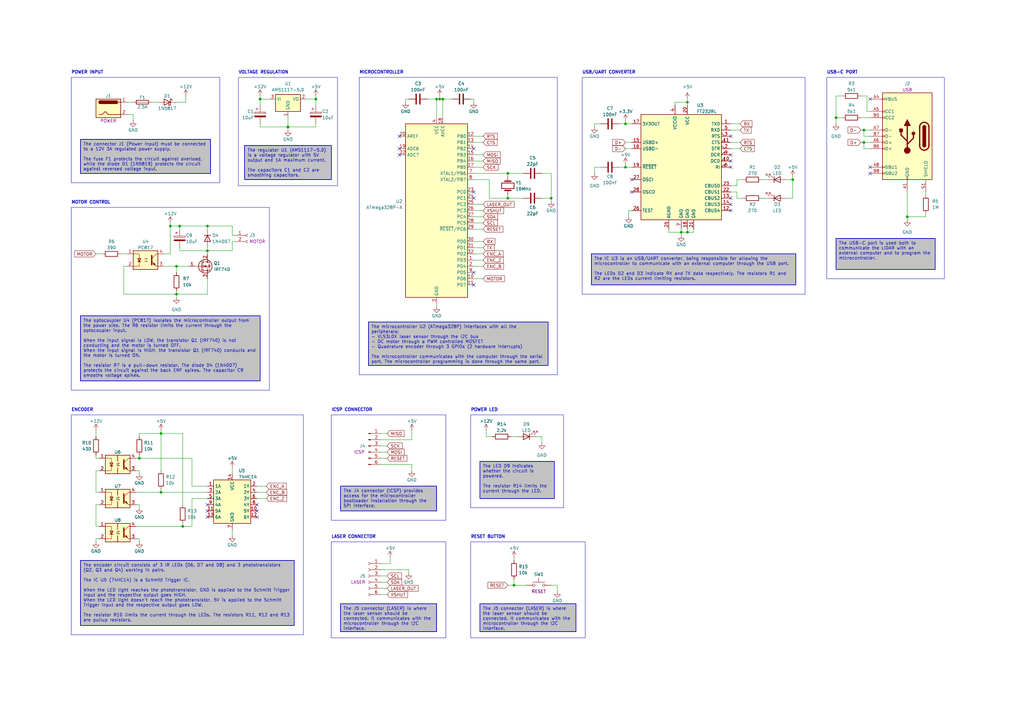
<source format=kicad_sch>
(kicad_sch (version 20230121) (generator eeschema)
  (paper "A3")
  (title_block (title "LIDAR") (date "2024-01-25") (rev "1.0") (company "Alan Carvalho"))
  (junction (at 180.34 40.64))
  (junction (at 372.11 88.9))
  (junction (at 181.61 40.64))
  (junction (at 69.85 92.71))
  (junction (at 85.09 102.87))
  (junction (at 256.54 68.58))
  (junction (at 208.28 71.12))
  (junction (at 279.4 95.25))
  (junction (at 72.39 109.22))
  (junction (at 226.06 81.28))
  (junction (at 325.12 73.66))
  (junction (at 281.94 41.91))
  (junction (at 57.15 187.96))
  (junction (at 73.66 92.71))
  (junction (at 74.93 215.9))
  (junction (at 66.04 201.93))
  (junction (at 129.54 40.64))
  (junction (at 208.28 81.28))
  (junction (at 210.82 240.03))
  (junction (at 85.09 92.71))
  (junction (at 72.39 120.65))
  (junction (at 342.9 48.26))
  (junction (at 281.94 95.25))
  (junction (at 179.07 40.64))
  (junction (at 354.33 53.34))
  (junction (at 66.04 177.8))
  (junction (at 118.11 52.07))
  (junction (at 354.33 58.42))
  (junction (at 106.68 40.64))
  (junction (at 256.54 50.8))
  (no_connect (at 105.41 207.01))
  (no_connect (at 299.72 68.58))
  (no_connect (at 163.83 55.88))
  (no_connect (at 163.83 60.96))
  (no_connect (at 194.31 78.74))
  (no_connect (at 299.72 86.36))
  (no_connect (at 299.72 55.88))
  (no_connect (at 356.87 40.64))
  (no_connect (at 85.09 212.09))
  (no_connect (at 299.72 81.28))
  (no_connect (at 194.31 81.28))
  (no_connect (at 194.31 116.84))
  (no_connect (at 105.41 212.09))
  (no_connect (at 85.09 209.55))
  (no_connect (at 259.08 78.74))
  (no_connect (at 163.83 63.5))
  (no_connect (at 194.31 111.76))
  (no_connect (at 356.87 71.12))
  (no_connect (at 105.41 209.55))
  (no_connect (at 299.72 83.82))
  (no_connect (at 194.31 60.96))
  (no_connect (at 299.72 63.5))
  (no_connect (at 356.87 68.58))
  (no_connect (at 299.72 66.04))
  (no_connect (at 259.08 73.66))
  (no_connect (at 85.09 207.01))
  (wire (pts (xy 194.31 88.9) (xy 198.12 88.9)))
  (wire (pts (xy 78.74 199.39) (xy 85.09 199.39)))
  (wire (pts (xy 194.31 68.58) (xy 198.12 68.58)))
  (wire (pts (xy 106.68 52.07) (xy 118.11 52.07)))
  (wire (pts (xy 322.58 73.66) (xy 325.12 73.66)))
  (wire (pts (xy 40.64 207.01) (xy 39.37 207.01)))
  (wire (pts (xy 281.94 40.64) (xy 281.94 41.91)))
  (wire (pts (xy 325.12 81.28) (xy 325.12 73.66)))
  (wire (pts (xy 39.37 187.96) (xy 39.37 186.69)))
  (wire (pts (xy 194.31 93.98) (xy 198.12 93.98)))
  (wire (pts (xy 257.81 86.36) (xy 259.08 86.36)))
  (wire (pts (xy 167.64 233.68) (xy 156.21 233.68)))
  (wire (pts (xy 312.42 81.28) (xy 314.96 81.28)))
  (wire (pts (xy 73.66 101.6) (xy 73.66 102.87)))
  (wire (pts (xy 274.32 95.25) (xy 279.4 95.25)))
  (wire (pts (xy 105.41 201.93) (xy 109.22 201.93)))
  (wire (pts (xy 168.91 193.04) (xy 168.91 190.5)))
  (wire (pts (xy 194.31 55.88) (xy 198.12 55.88)))
  (wire (pts (xy 95.25 99.06) (xy 95.25 102.87)))
  (wire (pts (xy 72.39 109.22) (xy 72.39 111.76)))
  (wire (pts (xy 57.15 193.04) (xy 57.15 194.31)))
  (wire (pts (xy 106.68 40.64) (xy 110.49 40.64)))
  (wire (pts (xy 200.66 81.28) (xy 200.66 73.66)))
  (wire (pts (xy 160.02 228.6) (xy 160.02 231.14)))
  (wire (pts (xy 158.75 241.3) (xy 156.21 241.3)))
  (wire (pts (xy 243.84 71.12) (xy 243.84 68.58)))
  (wire (pts (xy 354.33 60.96) (xy 354.33 58.42)))
  (wire (pts (xy 209.55 179.07) (xy 212.09 179.07)))
  (wire (pts (xy 129.54 50.8) (xy 129.54 52.07)))
  (wire (pts (xy 208.28 71.12) (xy 208.28 72.39)))
  (wire (pts (xy 228.6 240.03) (xy 228.6 242.57)))
  (wire (pts (xy 219.71 179.07) (xy 222.25 179.07)))
  (wire (pts (xy 95.25 92.71) (xy 95.25 96.52)))
  (wire (pts (xy 39.37 215.9) (xy 40.64 215.9)))
  (wire (pts (xy 194.31 99.06) (xy 198.12 99.06)))
  (wire (pts (xy 52.07 109.22) (xy 50.8 109.22)))
  (wire (pts (xy 208.28 240.03) (xy 210.82 240.03)))
  (wire (pts (xy 85.09 104.14) (xy 85.09 102.87)))
  (wire (pts (xy 39.37 187.96) (xy 40.64 187.96)))
  (wire (pts (xy 279.4 95.25) (xy 281.94 95.25)))
  (wire (pts (xy 254 68.58) (xy 256.54 68.58)))
  (wire (pts (xy 194.31 101.6) (xy 198.12 101.6)))
  (wire (pts (xy 353.06 53.34) (xy 354.33 53.34)))
  (wire (pts (xy 194.31 40.64) (xy 193.04 40.64)))
  (wire (pts (xy 279.4 93.98) (xy 279.4 95.25)))
  (wire (pts (xy 72.39 41.91) (xy 76.2 41.91)))
  (wire (pts (xy 78.74 204.47) (xy 85.09 204.47)))
  (wire (pts (xy 55.88 187.96) (xy 57.15 187.96)))
  (wire (pts (xy 73.66 92.71) (xy 73.66 93.98)))
  (wire (pts (xy 39.37 201.93) (xy 40.64 201.93)))
  (wire (pts (xy 73.66 102.87) (xy 85.09 102.87)))
  (wire (pts (xy 276.86 43.18) (xy 276.86 41.91)))
  (wire (pts (xy 55.88 201.93) (xy 66.04 201.93)))
  (wire (pts (xy 312.42 73.66) (xy 314.96 73.66)))
  (wire (pts (xy 279.4 95.25) (xy 279.4 96.52)))
  (wire (pts (xy 302.26 78.74) (xy 299.72 78.74)))
  (wire (pts (xy 106.68 39.37) (xy 106.68 40.64)))
  (wire (pts (xy 254 50.8) (xy 256.54 50.8)))
  (wire (pts (xy 345.44 39.37) (xy 342.9 39.37)))
  (wire (pts (xy 55.88 220.98) (xy 57.15 220.98)))
  (wire (pts (xy 158.75 243.84) (xy 156.21 243.84)))
  (wire (pts (xy 106.68 50.8) (xy 106.68 52.07)))
  (wire (pts (xy 256.54 68.58) (xy 259.08 68.58)))
  (wire (pts (xy 180.34 39.37) (xy 180.34 40.64)))
  (wire (pts (xy 304.8 73.66) (xy 302.26 73.66)))
  (wire (pts (xy 208.28 81.28) (xy 208.28 80.01)))
  (wire (pts (xy 175.26 40.64) (xy 179.07 40.64)))
  (wire (pts (xy 194.31 106.68) (xy 198.12 106.68)))
  (wire (pts (xy 304.8 81.28) (xy 302.26 81.28)))
  (wire (pts (xy 118.11 52.07) (xy 118.11 53.34)))
  (wire (pts (xy 194.31 73.66) (xy 200.66 73.66)))
  (wire (pts (xy 50.8 109.22) (xy 50.8 120.65)))
  (wire (pts (xy 281.94 93.98) (xy 281.94 95.25)))
  (wire (pts (xy 39.37 193.04) (xy 40.64 193.04)))
  (wire (pts (xy 85.09 114.3) (xy 85.09 120.65)))
  (wire (pts (xy 199.39 176.53) (xy 199.39 179.07)))
  (wire (pts (xy 379.73 78.74) (xy 379.73 80.01)))
  (wire (pts (xy 243.84 50.8) (xy 246.38 50.8)))
  (wire (pts (xy 179.07 40.64) (xy 179.07 48.26)))
  (wire (pts (xy 73.66 92.71) (xy 85.09 92.71)))
  (wire (pts (xy 57.15 220.98) (xy 57.15 222.25)))
  (wire (pts (xy 256.54 58.42) (xy 259.08 58.42)))
  (wire (pts (xy 95.25 96.52) (xy 96.52 96.52)))
  (wire (pts (xy 302.26 73.66) (xy 302.26 76.2)))
  (wire (pts (xy 57.15 207.01) (xy 57.15 208.28)))
  (wire (pts (xy 69.85 92.71) (xy 73.66 92.71)))
  (wire (pts (xy 158.75 185.42) (xy 156.21 185.42)))
  (wire (pts (xy 199.39 179.07) (xy 201.93 179.07)))
  (wire (pts (xy 66.04 201.93) (xy 85.09 201.93)))
  (wire (pts (xy 76.2 41.91) (xy 76.2 39.37)))
  (wire (pts (xy 57.15 186.69) (xy 57.15 187.96)))
  (wire (pts (xy 356.87 60.96) (xy 354.33 60.96)))
  (wire (pts (xy 222.25 71.12) (xy 226.06 71.12)))
  (wire (pts (xy 194.31 86.36) (xy 198.12 86.36)))
  (wire (pts (xy 67.31 109.22) (xy 72.39 109.22)))
  (wire (pts (xy 354.33 55.88) (xy 354.33 53.34)))
  (wire (pts (xy 66.04 201.93) (xy 66.04 200.66)))
  (wire (pts (xy 194.31 114.3) (xy 198.12 114.3)))
  (wire (pts (xy 302.26 81.28) (xy 302.26 78.74)))
  (wire (pts (xy 160.02 231.14) (xy 156.21 231.14)))
  (wire (pts (xy 379.73 87.63) (xy 379.73 88.9)))
  (wire (pts (xy 85.09 92.71) (xy 95.25 92.71)))
  (wire (pts (xy 299.72 60.96) (xy 303.53 60.96)))
  (wire (pts (xy 129.54 43.18) (xy 129.54 40.64)))
  (wire (pts (xy 39.37 104.14) (xy 41.91 104.14)))
  (wire (pts (xy 322.58 81.28) (xy 325.12 81.28)))
  (wire (pts (xy 72.39 120.65) (xy 72.39 121.92)))
  (wire (pts (xy 284.48 93.98) (xy 284.48 95.25)))
  (wire (pts (xy 299.72 50.8) (xy 303.53 50.8)))
  (wire (pts (xy 226.06 240.03) (xy 228.6 240.03)))
  (wire (pts (xy 243.84 68.58) (xy 246.38 68.58)))
  (wire (pts (xy 39.37 207.01) (xy 39.37 215.9)))
  (wire (pts (xy 194.31 41.91) (xy 194.31 40.64)))
  (wire (pts (xy 52.07 46.99) (xy 54.61 46.99)))
  (wire (pts (xy 54.61 46.99) (xy 54.61 49.53)))
  (wire (pts (xy 353.06 58.42) (xy 354.33 58.42)))
  (wire (pts (xy 69.85 91.44) (xy 69.85 92.71)))
  (wire (pts (xy 226.06 71.12) (xy 226.06 81.28)))
  (wire (pts (xy 208.28 71.12) (xy 214.63 71.12)))
  (wire (pts (xy 158.75 238.76) (xy 156.21 238.76)))
  (wire (pts (xy 74.93 214.63) (xy 74.93 215.9)))
  (wire (pts (xy 85.09 120.65) (xy 72.39 120.65)))
  (wire (pts (xy 208.28 81.28) (xy 200.66 81.28)))
  (wire (pts (xy 194.31 91.44) (xy 198.12 91.44)))
  (wire (pts (xy 85.09 102.87) (xy 85.09 101.6)))
  (wire (pts (xy 95.25 102.87) (xy 85.09 102.87)))
  (wire (pts (xy 166.37 40.64) (xy 167.64 40.64)))
  (wire (pts (xy 257.81 88.9) (xy 257.81 86.36)))
  (wire (pts (xy 158.75 182.88) (xy 156.21 182.88)))
  (wire (pts (xy 39.37 220.98) (xy 40.64 220.98)))
  (wire (pts (xy 55.88 207.01) (xy 57.15 207.01)))
  (wire (pts (xy 353.06 39.37) (xy 355.6 39.37)))
  (wire (pts (xy 256.54 49.53) (xy 256.54 50.8)))
  (wire (pts (xy 78.74 204.47) (xy 78.74 215.9)))
  (wire (pts (xy 256.54 67.31) (xy 256.54 68.58)))
  (wire (pts (xy 158.75 177.8) (xy 156.21 177.8)))
  (wire (pts (xy 95.25 217.17) (xy 95.25 219.71)))
  (wire (pts (xy 95.25 99.06) (xy 96.52 99.06)))
  (wire (pts (xy 342.9 39.37) (xy 342.9 48.26)))
  (wire (pts (xy 50.8 120.65) (xy 72.39 120.65)))
  (wire (pts (xy 168.91 180.34) (xy 156.21 180.34)))
  (wire (pts (xy 57.15 177.8) (xy 57.15 179.07)))
  (wire (pts (xy 72.39 119.38) (xy 72.39 120.65)))
  (wire (pts (xy 180.34 40.64) (xy 181.61 40.64)))
  (wire (pts (xy 66.04 177.8) (xy 74.93 177.8)))
  (wire (pts (xy 105.41 199.39) (xy 109.22 199.39)))
  (wire (pts (xy 354.33 53.34) (xy 356.87 53.34)))
  (wire (pts (xy 129.54 52.07) (xy 118.11 52.07)))
  (wire (pts (xy 372.11 78.74) (xy 372.11 88.9)))
  (wire (pts (xy 66.04 177.8) (xy 66.04 193.04)))
  (wire (pts (xy 55.88 215.9) (xy 74.93 215.9)))
  (wire (pts (xy 106.68 43.18) (xy 106.68 40.64)))
  (wire (pts (xy 274.32 93.98) (xy 274.32 95.25)))
  (wire (pts (xy 179.07 124.46) (xy 179.07 125.73)))
  (wire (pts (xy 85.09 92.71) (xy 85.09 93.98)))
  (wire (pts (xy 325.12 72.39) (xy 325.12 73.66)))
  (wire (pts (xy 78.74 187.96) (xy 78.74 199.39)))
  (wire (pts (xy 354.33 58.42) (xy 356.87 58.42)))
  (wire (pts (xy 179.07 40.64) (xy 180.34 40.64)))
  (wire (pts (xy 210.82 228.6) (xy 210.82 229.87)))
  (wire (pts (xy 67.31 104.14) (xy 69.85 104.14)))
  (wire (pts (xy 256.54 50.8) (xy 259.08 50.8)))
  (wire (pts (xy 158.75 236.22) (xy 156.21 236.22)))
  (wire (pts (xy 210.82 240.03) (xy 215.9 240.03)))
  (wire (pts (xy 194.31 63.5) (xy 198.12 63.5)))
  (wire (pts (xy 356.87 55.88) (xy 354.33 55.88)))
  (wire (pts (xy 355.6 39.37) (xy 355.6 45.72)))
  (wire (pts (xy 256.54 60.96) (xy 259.08 60.96)))
  (wire (pts (xy 372.11 88.9) (xy 379.73 88.9)))
  (wire (pts (xy 194.31 66.04) (xy 198.12 66.04)))
  (wire (pts (xy 276.86 41.91) (xy 281.94 41.91)))
  (wire (pts (xy 95.25 191.77) (xy 95.25 194.31)))
  (wire (pts (xy 194.31 71.12) (xy 208.28 71.12)))
  (wire (pts (xy 49.53 104.14) (xy 52.07 104.14)))
  (wire (pts (xy 167.64 234.95) (xy 167.64 233.68)))
  (wire (pts (xy 57.15 187.96) (xy 78.74 187.96)))
  (wire (pts (xy 185.42 40.64) (xy 181.61 40.64)))
  (wire (pts (xy 62.23 41.91) (xy 64.77 41.91)))
  (wire (pts (xy 355.6 45.72) (xy 356.87 45.72)))
  (wire (pts (xy 72.39 109.22) (xy 77.47 109.22)))
  (wire (pts (xy 208.28 81.28) (xy 214.63 81.28)))
  (wire (pts (xy 39.37 193.04) (xy 39.37 201.93)))
  (wire (pts (xy 299.72 58.42) (xy 303.53 58.42)))
  (wire (pts (xy 299.72 53.34) (xy 303.53 53.34)))
  (wire (pts (xy 353.06 48.26) (xy 356.87 48.26)))
  (wire (pts (xy 129.54 40.64) (xy 125.73 40.64)))
  (wire (pts (xy 57.15 193.04) (xy 55.88 193.04)))
  (wire (pts (xy 39.37 222.25) (xy 39.37 220.98)))
  (wire (pts (xy 168.91 176.53) (xy 168.91 180.34)))
  (wire (pts (xy 181.61 40.64) (xy 181.61 48.26)))
  (wire (pts (xy 222.25 179.07) (xy 222.25 181.61)))
  (wire (pts (xy 129.54 39.37) (xy 129.54 40.64)))
  (wire (pts (xy 281.94 41.91) (xy 281.94 43.18)))
  (wire (pts (xy 39.37 176.53) (xy 39.37 179.07)))
  (wire (pts (xy 194.31 109.22) (xy 198.12 109.22)))
  (wire (pts (xy 166.37 41.91) (xy 166.37 40.64)))
  (wire (pts (xy 168.91 190.5) (xy 156.21 190.5)))
  (wire (pts (xy 158.75 187.96) (xy 156.21 187.96)))
  (wire (pts (xy 226.06 81.28) (xy 222.25 81.28)))
  (wire (pts (xy 342.9 48.26) (xy 345.44 48.26)))
  (wire (pts (xy 74.93 177.8) (xy 74.93 207.01)))
  (wire (pts (xy 69.85 104.14) (xy 69.85 92.71)))
  (wire (pts (xy 194.31 83.82) (xy 198.12 83.82)))
  (wire (pts (xy 66.04 176.53) (xy 66.04 177.8)))
  (wire (pts (xy 118.11 48.26) (xy 118.11 52.07)))
  (wire (pts (xy 105.41 204.47) (xy 109.22 204.47)))
  (wire (pts (xy 210.82 237.49) (xy 210.82 240.03)))
  (wire (pts (xy 372.11 88.9) (xy 372.11 90.17)))
  (wire (pts (xy 243.84 52.07) (xy 243.84 50.8)))
  (wire (pts (xy 226.06 81.28) (xy 226.06 82.55)))
  (wire (pts (xy 194.31 58.42) (xy 198.12 58.42)))
  (wire (pts (xy 74.93 215.9) (xy 78.74 215.9)))
  (wire (pts (xy 302.26 76.2) (xy 299.72 76.2)))
  (wire (pts (xy 194.31 104.14) (xy 198.12 104.14)))
  (wire (pts (xy 52.07 41.91) (xy 54.61 41.91)))
  (wire (pts (xy 281.94 95.25) (xy 284.48 95.25)))
  (wire (pts (xy 57.15 177.8) (xy 66.04 177.8)))
  (wire (pts (xy 342.9 50.8) (xy 342.9 48.26)))
  (rectangle (start 29.21 170.18) (end 124.46 260.35))
  (rectangle (start 339.09 31.75) (end 387.35 114.3))
  (rectangle (start 97.79 31.75) (end 138.43 76.2))
  (rectangle (start 135.89 222.25) (end 182.88 261.62))
  (rectangle (start 147.32 31.75) (end 228.6 153.67))
  (rectangle (start 193.04 222.25) (end 240.03 261.62))
  (rectangle (start 135.89 170.18) (end 182.88 213.36))
  (rectangle (start 29.21 85.09) (end 110.49 160.02))
  (rectangle (start 29.21 31.75) (end 90.17 74.93))
  (rectangle (start 193.04 170.18) (end 231.14 208.28))
  (rectangle (start 238.76 31.75) (end 330.2 120.65))
  (text_box "The IC U3 ia an USB/UART converter, being responsible for allowing the microcontroller to communicate with an external computer through the USB port.\n\nThe LEDs D2 and D3 indicate RX and TX data respectively. The resistors R1 and R2 are the LEDs current limiting resistors." (at 242.57 104.14 0) (size 83.82 12.7) (stroke (width 0.3)) (fill (type color) (color 194 194 194 1)) (effects (font (size 1.27 1.27)) (justify left top)))
  (text_box "The connector J1 (Power Input) must be connected to a 12V 3A regulated power supply.\n\nThe fuse F1 protects the circuit against overload, while the diode D1 (1N5819) protects the circuit against reversed voltage input." (at 33.02 57.15 0) (size 53.34 13.97) (stroke (width 0.3)) (fill (type color) (color 194 194 194 1)) (effects (font (size 1.27 1.27)) (justify left top)))
  (text_box "The J5 connector (LASER) is where the laser sensor should be connected. It communicates with the microcontroller through the I2C interface." (at 139.7 247.65 0) (size 39.37 11.43) (stroke (width 0.3)) (fill (type color) (color 194 194 194 1)) (effects (font (size 1.27 1.27)) (justify left top)))
  (text_box "The microcontroller U2 (ATmega328P) interfaces with all the peripherals:\n- VL53L0X laser sensor through the I2C bus\n- DC motor through a PWM controlled MOSFET\n- Quadrature encoder through 3 GPIOs (2 hardware interrupts)\n\nThe microcontroller communicates with the computer through the serial port. The microcontroller programming is done through the same port." (at 151.13 132.08 0) (size 73.66 17.78) (stroke (width 0.3)) (fill (type color) (color 194 194 194 1)) (effects (font (size 1.27 1.27)) (justify left top)))
  (text_box "The LED D9 indicates whether the circuit is powered.\n\nThe resistor R14 limits the current through the LED." (at 196.85 189.23 0) (size 30.48 15.24) (stroke (width 0.3)) (fill (type color) (color 194 194 194 1)) (effects (font (size 1.27 1.27)) (justify left top)))
  (text_box "The USB-C port is used both to communicate the LIDAR with an external computer and to program the microcontroller." (at 342.9 97.79 0) (size 40.64 12.7) (stroke (width 0.3)) (fill (type color) (color 194 194 194 1)) (effects (font (size 1.27 1.27)) (justify left top)))
  (text_box "The regulator U1 (AMS1117-5.0) is a voltage regulator with 5V output and 1A maximum current.\n\nThe capacitors C1 and C2 are smoothing capacitors." (at 100.33 59.69 0) (size 35.56 13.97) (stroke (width 0.3)) (fill (type color) (color 194 194 194 1)) (effects (font (size 1.27 1.27)) (justify left top)))
  (text_box "The J5 connector (LASER) is where the laser sensor should be connected. It communicates with the microcontroller through the I2C interface." (at 196.85 247.65 0) (size 39.37 11.43) (stroke (width 0.3)) (fill (type color) (color 194 194 194 1)) (effects (font (size 1.27 1.27)) (justify left top)))
  (text_box "The optocoupler U4 (PC817) isolates the microcontroller output from the power side. The R6 resistor limits the current through the optocoupler input.\n\nWhen the input signal is LOW, the transistor Q1 (IRF740) is not conducting and the motor is turned OFF.\nWhen the input signal is HIGH, the transistor Q1 (IRF740) conducts and the motor is turned ON.\n\nThe resistor R7 is a pull-down resistor. The diode D4 (1N4007) protects the circuit against the back EMF spikes. The capacitor C9 smooths voltage spikes." (at 33.02 129.54 0) (size 73.66 26.67) (stroke (width 0.3)) (fill (type color) (color 194 194 194 1)) (effects (font (size 1.27 1.27)) (justify left top)))
  (text_box "The encoder circuit consists of 3 IR LEDs (D6, D7 and D8) and 3 phototransistors (Q2, Q3 and Q4) working in pairs.\n\nThe IC U5 (74HC14) is a Schmitt Trigger IC.\n\nWhen the LED light reaches the phototransistor, GND is applied to the Schmitt Trigger input and the respective output goes HIGH.\nWhen the LED light doesn't reach the phototransistor, 5V is applied to the Schmitt Trigger input and the respective output goes LOW.\n\nThe resistor R10 limits the current through the LEDs. The resistors R11, R12 and R13 are pullup resistors." (at 33.02 229.87 0) (size 87.63 26.67) (stroke (width 0.3)) (fill (type color) (color 194 194 194 1)) (effects (font (size 1.27 1.27)) (justify left top)))
  (text_box "The J4 connector (ICSP) provides access for the microcontroller bootloader installation through the SPI interface." (at 139.7 199.39 0) (size 39.37 10.16) (stroke (width 0.3)) (fill (type color) (color 194 194 194 1)) (effects (font (size 1.27 1.27)) (justify left top)))
  (text "LASER CONNECTOR" (at 135.89 220.98 0) (effects (font (size 1.27 1.27) (thickness 0.254) bold) (justify left bottom)))
  (text "USB/UART CONVERTER" (at 238.76 30.48 0) (effects (font (size 1.27 1.27) (thickness 0.254) bold) (justify left bottom)))
  (text "RESET BUTTON" (at 193.04 220.98 0) (effects (font (size 1.27 1.27) (thickness 0.254) bold) (justify left bottom)))
  (text "MOTOR CONTROL" (at 29.21 83.82 0) (effects (font (size 1.27 1.27) (thickness 0.254) bold) (justify left bottom)))
  (text "ENCODER" (at 29.21 168.91 0) (effects (font (size 1.27 1.27) (thickness 0.254) bold) (justify left bottom)))
  (text "USB-C PORT" (at 339.09 30.48 0) (effects (font (size 1.27 1.27) (thickness 0.254) bold) (justify left bottom)))
  (text "POWER LED" (at 193.04 168.91 0) (effects (font (size 1.27 1.27) (thickness 0.254) bold) (justify left bottom)))
  (text "POWER INPUT" (at 29.21 30.48 0) (effects (font (size 1.27 1.27) (thickness 0.254) bold) (justify left bottom)))
  (text "VOLTAGE REGULATION" (at 97.79 30.48 0) (effects (font (size 1.27 1.27) (thickness 0.254) bold) (justify left bottom)))
  (text "ICSP CONNECTOR" (at 135.89 168.91 0) (effects (font (size 1.27 1.27) (thickness 0.254) bold) (justify left bottom)))
  (text "MICROCONTROLLER" (at 147.32 30.48 0) (effects (font (size 1.27 1.27) (thickness 0.254) bold) (justify left bottom)))
  (global_label "SCK" (shape input) (at 198.12 68.58 0) (property "Intersheetrefs" "${INTERSHEET_REFS}" (effects hide)))
  (global_label "MISO" (shape input) (at 158.75 177.8 0) (property "Intersheetrefs" "${INTERSHEET_REFS}" (effects hide)))
  (global_label "SCL" (shape input) (at 158.75 236.22 0) (property "Intersheetrefs" "${INTERSHEET_REFS}" (effects hide)))
  (global_label "TX" (shape input) (at 303.53 53.34 0) (property "Intersheetrefs" "${INTERSHEET_REFS}" (effects hide)))
  (global_label "RESET" (shape input) (at 208.28 240.03 180) (property "Intersheetrefs" "${INTERSHEET_REFS}" (effects hide)))
  (global_label "ENC_A" (shape input) (at 109.22 199.39 0) (property "Intersheetrefs" "${INTERSHEET_REFS}" (effects hide)))
  (global_label "MOTOR" (shape input) (at 198.12 114.3 0) (property "Intersheetrefs" "${INTERSHEET_REFS}" (effects hide)))
  (global_label "XSHUT" (shape input) (at 158.75 243.84 0) (property "Intersheetrefs" "${INTERSHEET_REFS}" (effects hide)))
  (global_label "ENC_B" (shape input) (at 198.12 109.22 0) (property "Intersheetrefs" "${INTERSHEET_REFS}" (effects hide)))
  (global_label "D+" (shape input) (at 353.06 58.42 180) (property "Intersheetrefs" "${INTERSHEET_REFS}" (effects hide)))
  (global_label "MOTOR" (shape input) (at 39.37 104.14 180) (property "Intersheetrefs" "${INTERSHEET_REFS}" (effects hide)))
  (global_label "MOSI" (shape input) (at 158.75 185.42 0) (property "Intersheetrefs" "${INTERSHEET_REFS}" (effects hide)))
  (global_label "ENC_A" (shape input) (at 198.12 104.14 0) (property "Intersheetrefs" "${INTERSHEET_REFS}" (effects hide)))
  (global_label "D-" (shape input) (at 256.54 60.96 180) (property "Intersheetrefs" "${INTERSHEET_REFS}" (effects hide)))
  (global_label "D-" (shape input) (at 353.06 53.34 180) (property "Intersheetrefs" "${INTERSHEET_REFS}" (effects hide)))
  (global_label "ENC_Z" (shape input) (at 109.22 204.47 0) (property "Intersheetrefs" "${INTERSHEET_REFS}" (effects hide)))
  (global_label "LASER_OUT" (shape input) (at 198.12 83.82 0) (property "Intersheetrefs" "${INTERSHEET_REFS}" (effects hide)))
  (global_label "CTS" (shape input) (at 198.12 58.42 0) (property "Intersheetrefs" "${INTERSHEET_REFS}" (effects hide)))
  (global_label "MISO" (shape input) (at 198.12 66.04 0) (property "Intersheetrefs" "${INTERSHEET_REFS}" (effects hide)))
  (global_label "MOSI" (shape input) (at 198.12 63.5 0) (property "Intersheetrefs" "${INTERSHEET_REFS}" (effects hide)))
  (global_label "RESET" (shape input) (at 198.12 93.98 0) (property "Intersheetrefs" "${INTERSHEET_REFS}" (effects hide)))
  (global_label "TX" (shape input) (at 198.12 101.6 0) (property "Intersheetrefs" "${INTERSHEET_REFS}" (effects hide)))
  (global_label "LASER_OUT" (shape input) (at 158.75 241.3 0) (property "Intersheetrefs" "${INTERSHEET_REFS}" (effects hide)))
  (global_label "RX" (shape input) (at 303.53 50.8 0) (property "Intersheetrefs" "${INTERSHEET_REFS}" (effects hide)))
  (global_label "RESET" (shape input) (at 158.75 187.96 0) (property "Intersheetrefs" "${INTERSHEET_REFS}" (effects hide)))
  (global_label "XSHUT" (shape input) (at 198.12 86.36 0) (property "Intersheetrefs" "${INTERSHEET_REFS}" (effects hide)))
  (global_label "SCL" (shape input) (at 198.12 91.44 0) (property "Intersheetrefs" "${INTERSHEET_REFS}" (effects hide)))
  (global_label "D+" (shape input) (at 256.54 58.42 180) (property "Intersheetrefs" "${INTERSHEET_REFS}" (effects hide)))
  (global_label "CTS" (shape input) (at 303.53 60.96 0) (property "Intersheetrefs" "${INTERSHEET_REFS}" (effects hide)))
  (global_label "ENC_B" (shape input) (at 109.22 201.93 0) (property "Intersheetrefs" "${INTERSHEET_REFS}" (effects hide)))
  (global_label "SCK" (shape input) (at 158.75 182.88 0) (property "Intersheetrefs" "${INTERSHEET_REFS}" (effects hide)))
  (global_label "SDA" (shape input) (at 158.75 238.76 0) (property "Intersheetrefs" "${INTERSHEET_REFS}" (effects hide)))
  (global_label "RX" (shape input) (at 198.12 99.06 0) (property "Intersheetrefs" "${INTERSHEET_REFS}" (effects hide)))
  (global_label "RTS" (shape input) (at 303.53 58.42 0) (property "Intersheetrefs" "${INTERSHEET_REFS}" (effects hide)))
  (global_label "RTS" (shape input) (at 198.12 55.88 0) (property "Intersheetrefs" "${INTERSHEET_REFS}" (effects hide)))
  (global_label "ENC_Z" (shape input) (at 198.12 106.68 0) (property "Intersheetrefs" "${INTERSHEET_REFS}" (effects hide)))
  (global_label "SDA" (shape input) (at 198.12 88.9 0) (property "Intersheetrefs" "${INTERSHEET_REFS}" (effects hide)))
  (symbol (lib_id "power:+5V") (at 95.25 191.77 0) (unit 1)
    (property "Reference" "#PWR033" (effects hide))
    (property "Value" "+5V" (at 95.25 187.96 0))
  )
  (symbol (lib_id "power:+5V") (at 210.82 228.6 0) (unit 1)
    (property "Reference" "#PWR029" (effects hide))
    (property "Value" "+5V" (at 210.82 224.79 0))
  )
  (symbol (lib_id "power:+5V") (at 168.91 176.53 0) (mirror y) (unit 1)
    (property "Reference" "#PWR025" (effects hide))
    (property "Value" "+5V" (at 168.91 172.72 0))
  )
  (symbol (lib_id "Device:C") (at 218.44 81.28 90) (unit 1)
    (property "Reference" "C6" (at 218.44 85.09 90))
    (property "Value" "22pF" (at 218.44 87.63 90))
    (property "Footprint" "Capacitor_SMD:C_0603_1608Metric" (effects hide))
    (property "Voltage" "16V" (effects hide))
  )
  (symbol (lib_id "Device:R") (at 349.25 48.26 270) (unit 1)
    (property "Reference" "R4" (at 349.25 43.18 90))
    (property "Value" "5k1" (at 349.25 45.72 90))
    (property "Footprint" "Resistor_SMD:R_0603_1608Metric" (effects hide))
    (property "Tolerance" "1%" (effects hide))
    (property "Power" "1/4W" (effects hide))
  )
  (symbol (lib_id "power:+5V") (at 256.54 67.31 0) (unit 1)
    (property "Reference" "#PWR014" (effects hide))
    (property "Value" "+5V" (at 256.54 63.5 0))
  )
  (symbol (lib_id "power:+5V") (at 325.12 72.39 0) (unit 1)
    (property "Reference" "#PWR018" (effects hide))
    (property "Value" "+5V" (at 325.12 68.58 0))
  )
  (symbol (lib_id "power:GND") (at 372.11 90.17 0) (unit 1)
    (property "Reference" "#PWR020" (effects hide))
    (property "Value" "GND" (at 372.11 95.25 0))
  )
  (symbol (lib_id "power:GND") (at 118.11 53.34 0) (unit 1)
    (property "Reference" "#PWR04" (effects hide))
    (property "Value" "GND" (at 118.11 57.15 0))
  )
  (symbol (lib_id "power:GND") (at 95.25 219.71 0) (unit 1)
    (property "Reference" "#PWR031" (effects hide))
    (property "Value" "GND" (at 95.25 223.52 0))
  )
  (symbol (lib_id "Device:R") (at 39.37 182.88 180) (unit 1)
    (property "Reference" "R10" (at 35.56 181.61 0))
    (property "Value" "430" (at 35.56 184.15 0))
    (property "Footprint" "Resistor_SMD:R_0603_1608Metric" (effects hide))
    (property "Tolerance" "5%" (effects hide))
    (property "Power" "1/3W" (effects hide))
  )
  (symbol (lib_id "power:+5V") (at 281.94 40.64 0) (unit 1)
    (property "Reference" "#PWR017" (effects hide))
    (property "Value" "+5V" (at 281.94 35.56 0))
  )
  (symbol (lib_id "Regulator_Linear:AMS1117-5.0") (at 118.11 40.64 0) (unit 1)
    (property "Reference" "U1" (at 118.11 34.29 0))
    (property "Value" "AMS1117-5.0" (at 118.11 36.83 0))
    (property "Footprint" "Package_TO_SOT_SMD:SOT-223-3_TabPin2" (effects hide))
    (property "Datasheet" "http://www.advanced-monolithic.com/pdf/ds1117.pdf" (effects hide))
  )
  (symbol (lib_id "power:GND") (at 167.64 234.95 0) (mirror y) (unit 1)
    (property "Reference" "#PWR026" (effects hide))
    (property "Value" "GND" (at 167.64 238.76 0))
  )
  (symbol (lib_id "power:GND") (at 226.06 82.55 0) (unit 1)
    (property "Reference" "#PWR010" (effects hide))
    (property "Value" "GND" (at 226.06 86.36 0))
  )
  (symbol (lib_id "Device:R") (at 57.15 182.88 0) (unit 1)
    (property "Reference" "R11" (at 59.055 181.61 0) (effects (justify left)))
    (property "Value" "10k" (at 59.055 184.15 0) (effects (justify left)))
    (property "Footprint" "Resistor_SMD:R_0603_1608Metric" (effects hide))
    (property "Tolerance" "5%" (effects hide))
    (property "Power" "1/10W" (effects hide))
  )
  (symbol (lib_id "power:GND") (at 57.15 208.28 0) (unit 1)
    (property "Reference" "#PWR034" (effects hide))
    (property "Value" "GND" (at 57.15 212.09 0))
  )
  (symbol (lib_id "My_Library:Optical_switch") (at 48.26 190.5 0) (unit 1)
    (property "Reference" "U6" (at 48.26 185.42 0))
    (property "Value" "~" (at 48.26 190.5 0))
    (property "Footprint" "MyLibrary:Optical_Switch" (effects hide))
  )
  (symbol (lib_id "power:GND") (at 279.4 96.52 0) (unit 1)
    (property "Reference" "#PWR016" (effects hide))
    (property "Value" "GND" (at 279.4 100.33 0))
  )
  (symbol (lib_id "Device:R") (at 379.73 83.82 180) (unit 1)
    (property "Reference" "R5" (at 382.27 82.55 0) (effects (justify right)))
    (property "Value" "1M" (at 382.27 85.09 0) (effects (justify right)))
    (property "Footprint" "Resistor_SMD:R_0603_1608Metric" (effects hide))
    (property "Tolerance" "5%" (effects hide))
    (property "Power" "1/10W" (effects hide))
  )
  (symbol (lib_id "My_Library:Optical_switch") (at 48.26 204.47 0) (unit 1)
    (property "Reference" "U7" (at 48.26 199.39 0))
    (property "Value" "~" (at 48.26 204.47 0))
    (property "Footprint" "MyLibrary:Optical_Switch" (effects hide))
  )
  (symbol (lib_id "My_Library:74HC14") (at 95.25 205.74 0) (unit 1)
    (property "Reference" "U5" (at 97.79 193.04 0) (effects (justify left)))
    (property "Value" "74HC14" (at 97.79 195.58 0) (effects (justify left)))
    (property "Footprint" "Package_SO:SOIC-14_3.9x8.7mm_P1.27mm" (effects hide))
    (property "Datasheet" "https://www.mouser.com/datasheet/2/308/74HC14.REV1-34947.pdf" (effects hide))
  )
  (symbol (lib_id "Connector:Conn_01x06_Pin") (at 151.13 182.88 0) (unit 1)
    (property "Reference" "J4" (at 149.86 182.88 0) (effects (justify right)))
    (property "Value" "Conn_01x06_Pin" (effects hide))
    (property "Footprint" "Connector_PinSocket_2.54mm:PinSocket_2x03_P2.54mm_Vertical" (effects hide))
    (property "Description" "ICSP" (at 147.32 185.42 0))
  )
  (symbol (lib_id "Device:C_Polarized") (at 106.68 46.99 0) (unit 1)
    (property "Reference" "C1" (at 104.14 45.72 0) (effects (justify right)))
    (property "Value" "10uF" (at 104.14 48.26 0) (effects (justify right)))
    (property "Footprint" "Capacitor_SMD:C_0805_2012Metric" (effects hide))
    (property "Voltage" "16V" (effects hide))
  )
  (symbol (lib_id "power:+3.3V") (at 256.54 49.53 0) (unit 1)
    (property "Reference" "#PWR013" (effects hide))
    (property "Value" "+3.3V" (at 256.54 45.72 0))
  )
  (symbol (lib_id "Connector:Conn_01x06_Socket") (at 151.13 236.22 0) (mirror y) (unit 1)
    (property "Reference" "J5" (at 149.86 236.22 0) (effects (justify left)))
    (property "Value" "Conn_01x06_Socket" (effects hide))
    (property "Footprint" "Connector_JST:JST_XH_B6B-XH-A_1x06_P2.50mm_Vertical" (effects hide))
    (property "Description" "LASER" (at 149.86 238.76 0) (effects (justify left)))
  )
  (symbol (lib_id "Device:R") (at 72.39 115.57 0) (unit 1)
    (property "Reference" "R7" (at 74.93 114.3 0) (effects (justify left)))
    (property "Value" "10k" (at 74.93 116.84 0) (effects (justify left)))
    (property "Footprint" "Resistor_SMD:R_0603_1608Metric" (effects hide))
    (property "Tolerance" "5%" (effects hide))
    (property "Power" "1/10W" (effects hide))
  )
  (symbol (lib_id "Device:C_Polarized") (at 129.54 46.99 0) (unit 1)
    (property "Reference" "C2" (at 132.08 45.72 0) (effects (justify left)))
    (property "Value" "10uF" (at 132.08 48.26 0) (effects (justify left)))
    (property "Footprint" "Capacitor_SMD:C_0805_2012Metric" (effects hide))
    (property "Voltage" "16V" (effects hide))
  )
  (symbol (lib_id "power:+5V") (at 180.34 39.37 0) (unit 1)
    (property "Reference" "#PWR08" (effects hide))
    (property "Value" "+5V" (at 180.34 35.56 0))
  )
  (symbol (lib_id "Device:C") (at 250.19 68.58 90) (unit 1)
    (property "Reference" "C8" (at 250.19 72.39 90))
    (property "Value" "100nF" (at 250.19 74.93 90))
    (property "Footprint" "Capacitor_SMD:C_0603_1608Metric" (effects hide))
    (property "Voltage" "10V" (effects hide))
  )
  (symbol (lib_id "Device:C") (at 189.23 40.64 270) (mirror x) (unit 1)
    (property "Reference" "C4" (at 189.23 34.29 90))
    (property "Value" "100nF" (at 189.23 36.83 90))
    (property "Footprint" "Capacitor_SMD:C_0603_1608Metric" (effects hide))
    (property "Voltage" "10V" (effects hide))
  )
  (symbol (lib_id "Interface_USB:FT232RL") (at 279.4 68.58 0) (unit 1)
    (property "Reference" "U3" (at 285.75 43.18 0) (effects (justify left)))
    (property "Value" "FT232RL" (at 285.75 45.72 0) (effects (justify left)))
    (property "Footprint" "Package_SO:SSOP-28_5.3x10.2mm_P0.65mm" (effects hide))
    (property "Datasheet" "https://ftdichip.com/wp-content/uploads/2020/08/DS_FT232R.pdf" (effects hide))
  )
  (symbol (lib_id "Device:R") (at 45.72 104.14 90) (unit 1)
    (property "Reference" "R6" (at 45.72 99.06 90))
    (property "Value" "390" (at 45.72 101.6 90))
    (property "Footprint" "Resistor_SMD:R_0603_1608Metric" (effects hide))
    (property "Tolerance" "5%" (effects hide))
    (property "Power" "1/10W" (effects hide))
  )
  (symbol (lib_id "Connector:USB_C_Receptacle_USB2.0") (at 372.11 55.88 0) (mirror y) (unit 1)
    (property "Reference" "J2" (at 372.11 34.29 0))
    (property "Value" "USB_C_Receptacle_USB2.0" (effects hide))
    (property "Footprint" "Connector_USB:USB_C_Receptacle_Palconn_UTC16-G" (effects hide))
    (property "Datasheet" "https://www.usb.org/sites/default/files/documents/usb_type-c.zip" (effects hide))
    (property "Description" "USB" (at 372.11 36.83 0))
  )
  (symbol (lib_id "power:+12V") (at 106.68 39.37 0) (unit 1)
    (property "Reference" "#PWR03" (effects hide))
    (property "Value" "+12V" (at 106.68 35.56 0))
  )
  (symbol (lib_id "Switch:SW_Push") (at 220.98 240.03 0) (unit 1)
    (property "Reference" "SW1" (at 220.98 235.585 0))
    (property "Value" "SW_Push" (effects hide))
    (property "Footprint" "Button_Switch_THT:SW_Tactile_SPST_Angled_PTS645Vx39-2LFS" (effects hide))
    (property "Description" "RESET" (at 220.98 242.57 0))
  )
  (symbol (lib_id "power:+12V") (at 76.2 39.37 0) (unit 1)
    (property "Reference" "#PWR02" (effects hide))
    (property "Value" "+12V" (at 76.2 35.56 0))
  )
  (symbol (lib_id "MCU_Microchip_ATmega:ATmega328P-A") (at 179.07 86.36 0) (unit 1)
    (property "Reference" "U2" (at 165.1 82.55 0) (effects (justify right)))
    (property "Value" "ATmega328P-A" (at 165.1 85.09 0) (effects (justify right)))
    (property "Footprint" "Package_QFP:TQFP-32_7x7mm_P0.8mm" (effects hide))
    (property "Datasheet" "http://ww1.microchip.com/downloads/en/DeviceDoc/ATmega328_P%20AVR%20MCU%20with%20picoPower%20Technology%20Data%20Sheet%2040001984A.pdf" (effects hide))
  )
  (symbol (lib_id "power:GND") (at 39.37 222.25 0) (unit 1)
    (property "Reference" "#PWR039" (effects hide))
    (property "Value" "GND" (at 39.37 226.06 0))
  )
  (symbol (lib_id "Transistor_FET:IRF740") (at 82.55 109.22 0) (unit 1)
    (property "Reference" "Q1" (at 87.63 107.95 0) (effects (justify left)))
    (property "Value" "IRF740" (at 87.63 110.49 0) (effects (justify left)))
    (property "Footprint" "Package_TO_SOT_THT:TO-220-3_Horizontal_TabDown" (effects hide))
    (property "Datasheet" "http://www.vishay.com/docs/91054/91054.pdf" (effects hide))
  )
  (symbol (lib_id "Device:R") (at 308.61 81.28 90) (unit 1)
    (property "Reference" "R2" (at 308.61 83.82 90))
    (property "Value" "270" (at 308.61 86.36 90))
    (property "Footprint" "Resistor_SMD:R_0603_1608Metric" (effects hide))
    (property "Tolerance" "5%" (effects hide))
    (property "Power" "1/10W" (effects hide))
  )
  (symbol (lib_id "Device:C") (at 171.45 40.64 90) (unit 1)
    (property "Reference" "C3" (at 171.45 34.29 90))
    (property "Value" "100nF" (at 171.45 36.83 90))
    (property "Footprint" "Capacitor_SMD:C_0603_1608Metric" (effects hide))
    (property "Voltage" "10V" (effects hide))
  )
  (symbol (lib_id "power:GND") (at 54.61 49.53 0) (unit 1)
    (property "Reference" "#PWR01" (effects hide))
    (property "Value" "GND" (at 54.61 53.34 0))
  )
  (symbol (lib_id "power:+12V") (at 69.85 91.44 0) (unit 1)
    (property "Reference" "#PWR021" (effects hide))
    (property "Value" "+12V" (at 69.85 87.63 0))
  )
  (symbol (lib_id "Device:R") (at 210.82 233.68 0) (unit 1)
    (property "Reference" "R15" (at 212.725 232.41 0) (effects (justify left)))
    (property "Value" "10k" (at 212.725 234.95 0) (effects (justify left)))
    (property "Footprint" "Resistor_SMD:R_0603_1608Metric" (effects hide))
    (property "Tolerance" "5%" (effects hide))
    (property "Power" "1/10W" (effects hide))
  )
  (symbol (lib_id "power:+5V") (at 66.04 176.53 0) (unit 1)
    (property "Reference" "#PWR035" (effects hide))
    (property "Value" "+5V" (at 66.04 172.72 0))
  )
  (symbol (lib_id "power:GND") (at 243.84 71.12 0) (unit 1)
    (property "Reference" "#PWR012" (effects hide))
    (property "Value" "GND" (at 243.84 76.2 0))
  )
  (symbol (lib_id "power:+12V") (at 199.39 176.53 0) (unit 1)
    (property "Reference" "#PWR023" (effects hide))
    (property "Value" "+12V" (at 199.39 172.72 0))
  )
  (symbol (lib_id "Device:C") (at 218.44 71.12 90) (unit 1)
    (property "Reference" "C5" (at 218.44 64.77 90))
    (property "Value" "22pF" (at 218.44 67.31 90))
    (property "Footprint" "Capacitor_SMD:C_0603_1608Metric" (effects hide))
    (property "Voltage" "16V" (effects hide))
  )
  (symbol (lib_id "power:GND") (at 166.37 41.91 0) (unit 1)
    (property "Reference" "#PWR06" (effects hide))
    (property "Value" "GND" (at 166.37 45.72 0))
  )
  (symbol (lib_id "Device:C") (at 250.19 50.8 90) (unit 1)
    (property "Reference" "C7" (at 250.19 44.45 90))
    (property "Value" "100nF" (at 250.19 46.99 90))
    (property "Footprint" "Capacitor_SMD:C_0603_1608Metric" (effects hide))
    (property "Voltage" "10V" (effects hide))
  )
  (symbol (lib_id "power:GND") (at 222.25 181.61 0) (unit 1)
    (property "Reference" "#PWR024" (effects hide))
    (property "Value" "GND" (at 222.25 186.69 0))
  )
  (symbol (lib_id "power:GND") (at 257.81 88.9 0) (unit 1)
    (property "Reference" "#PWR015" (effects hide))
    (property "Value" "GND" (at 257.81 92.71 0))
  )
  (symbol (lib_id "Device:R") (at 74.93 210.82 0) (unit 1)
    (property "Reference" "R13" (at 76.835 209.55 0) (effects (justify left)))
    (property "Value" "10k" (at 76.835 212.09 0) (effects (justify left)))
    (property "Footprint" "Resistor_SMD:R_0603_1608Metric" (effects hide))
    (property "Tolerance" "5%" (effects hide))
    (property "Power" "1/10W" (effects hide))
  )
  (symbol (lib_id "power:GND") (at 179.07 125.73 0) (unit 1)
    (property "Reference" "#PWR07" (effects hide))
    (property "Value" "GND" (at 179.07 129.54 0))
  )
  (symbol (lib_id "Device:LED") (at 318.77 73.66 0) (mirror x) (unit 1)
    (property "Reference" "D2" (at 318.77 68.58 0))
    (property "Value" "LED" (at 318.77 71.12 0))
    (property "Footprint" "LED_SMD:LED_0603_1608Metric" (effects hide))
    (property "Color" "Blue" (effects hide))
  )
  (symbol (lib_id "power:GND") (at 228.6 242.57 0) (unit 1)
    (property "Reference" "#PWR030" (effects hide))
    (property "Value" "GND" (at 228.6 246.38 0))
  )
  (symbol (lib_id "power:GND") (at 342.9 50.8 0) (unit 1)
    (property "Reference" "#PWR019" (effects hide))
    (property "Value" "GND" (at 342.9 55.88 0))
  )
  (symbol (lib_id "Device:R") (at 308.61 73.66 90) (unit 1)
    (property "Reference" "R1" (at 308.61 68.58 90))
    (property "Value" "270" (at 308.61 71.12 90))
    (property "Footprint" "Resistor_SMD:R_0603_1608Metric" (effects hide))
    (property "Tolerance" "5%" (effects hide))
    (property "Power" "1/10W" (effects hide))
  )
  (symbol (lib_id "power:GND") (at 72.39 121.92 0) (unit 1)
    (property "Reference" "#PWR022" (effects hide))
    (property "Value" "GND" (at 72.39 127 0))
  )
  (symbol (lib_id "power:GND") (at 57.15 194.31 0) (unit 1)
    (property "Reference" "#PWR036" (effects hide))
    (property "Value" "GND" (at 57.15 198.12 0))
  )
  (symbol (lib_id "Connector:Conn_01x02_Socket") (at 101.6 96.52 0) (unit 1)
    (property "Reference" "J3" (at 102.235 96.52 0) (effects (justify left)))
    (property "Value" "Conn_01x02_Socket" (effects hide))
    (property "Footprint" "Connector_JST:JST_XH_B2B-XH-A_1x02_P2.50mm_Vertical" (effects hide))
    (property "Description" "MOTOR" (at 102.235 99.06 0) (effects (justify left)))
  )
  (symbol (lib_id "Device:R") (at 66.04 196.85 0) (unit 1)
    (property "Reference" "R12" (at 67.945 195.58 0) (effects (justify left)))
    (property "Value" "10k" (at 67.945 198.12 0) (effects (justify left)))
    (property "Footprint" "Resistor_SMD:R_0603_1608Metric" (effects hide))
    (property "Tolerance" "5%" (effects hide))
    (property "Power" "1/10W" (effects hide))
  )
  (symbol (lib_id "Diode:1N4007") (at 85.09 97.79 270) (unit 1)
    (property "Reference" "D4" (at 86.995 96.52 90) (effects (justify left)))
    (property "Value" "1N4007" (at 86.995 99.06 90) (effects (justify left)))
    (property "Footprint" "Diode_SMD:D_SMA" (effects hide))
    (property "Datasheet" "http://www.vishay.com/docs/88503/1n4001.pdf" (effects hide))
  )
  (symbol (lib_id "Connector:Barrel_Jack") (at 44.45 44.45 0) (unit 1)
    (property "Reference" "J1" (at 44.45 39.37 0))
    (property "Value" "Barrel_Jack" (effects hide))
    (property "Footprint" "Connector_BarrelJack:BarrelJack_GCT_DCJ200-10-A_Horizontal" (effects hide))
    (property "Description" "POWER" (at 44.45 49.53 0))
  )
  (symbol (lib_id "power:+5V") (at 160.02 228.6 0) (mirror y) (unit 1)
    (property "Reference" "#PWR028" (effects hide))
    (property "Value" "+5V" (at 160.02 224.79 0))
  )
  (symbol (lib_id "power:+5V") (at 129.54 39.37 0) (unit 1)
    (property "Reference" "#PWR05" (effects hide))
    (property "Value" "+5V" (at 129.54 35.56 0))
  )
  (symbol (lib_id "Device:Fuse") (at 58.42 41.91 90) (unit 1)
    (property "Reference" "F1" (at 58.42 40.005 90))
    (property "Value" "2,5A" (at 58.42 43.815 90))
    (property "Footprint" "Fuse:Fuse_1206_3216Metric" (effects hide))
  )
  (symbol (lib_id "power:GND") (at 57.15 222.25 0) (unit 1)
    (property "Reference" "#PWR037" (effects hide))
    (property "Value" "GND" (at 57.15 226.06 0))
  )
  (symbol (lib_id "Device:LED") (at 215.9 179.07 180) (unit 1)
    (property "Reference" "D9" (at 215.9 173.99 0))
    (property "Value" "LED" (at 215.9 176.53 0))
    (property "Footprint" "LED_THT:LED_D3.0mm_Horizontal_O1.27mm_Z10.0mm" (effects hide))
    (property "Color" "Green" (effects hide))
  )
  (symbol (lib_id "Device:LED") (at 318.77 81.28 0) (mirror x) (unit 1)
    (property "Reference" "D3" (at 318.77 83.82 0))
    (property "Value" "LED" (at 318.77 86.36 0))
    (property "Footprint" "LED_SMD:LED_0603_1608Metric" (effects hide))
    (property "Color" "Blue" (effects hide))
  )
  (symbol (lib_id "Device:R") (at 205.74 179.07 90) (unit 1)
    (property "Reference" "R14" (at 205.74 173.99 90))
    (property "Value" "2,2k" (at 205.74 176.53 90))
    (property "Footprint" "Resistor_SMD:R_0603_1608Metric" (effects hide))
    (property "Tolerance" "5%" (effects hide))
    (property "Power" "1/10W" (effects hide))
  )
  (symbol (lib_id "power:GND") (at 194.31 41.91 0) (mirror y) (unit 1)
    (property "Reference" "#PWR09" (effects hide))
    (property "Value" "GND" (at 194.31 45.72 0))
  )
  (symbol (lib_id "power:GND") (at 243.84 52.07 0) (unit 1)
    (property "Reference" "#PWR011" (effects hide))
    (property "Value" "GND" (at 243.84 55.88 0))
  )
  (symbol (lib_id "Isolator:PC817") (at 59.69 106.68 0) (unit 1)
    (property "Reference" "U4" (at 59.69 99.06 0))
    (property "Value" "PC817" (at 59.69 101.6 0))
    (property "Footprint" "Package_DIP:DIP-4_W7.62mm" (effects hide))
    (property "Datasheet" "http://www.soselectronic.cz/a_info/resource/d/pc817.pdf" (effects hide))
  )
  (symbol (lib_id "Device:C_Polarized") (at 73.66 97.79 0) (unit 1)
    (property "Reference" "C9" (at 76.2 96.52 0) (effects (justify left)))
    (property "Value" "10uF" (at 76.2 99.06 0) (effects (justify left)))
    (property "Footprint" "Capacitor_SMD:CP_Elec_4x5.4" (effects hide))
    (property "Voltage" "35V" (effects hide))
  )
  (symbol (lib_id "power:GND") (at 168.91 193.04 0) (mirror y) (unit 1)
    (property "Reference" "#PWR027" (effects hide))
    (property "Value" "GND" (at 168.91 196.85 0))
  )
  (symbol (lib_id "My_Library:Optical_switch") (at 48.26 218.44 0) (unit 1)
    (property "Reference" "U8" (at 48.26 213.36 0))
    (property "Value" "~" (at 48.26 218.44 0))
    (property "Footprint" "MyLibrary:Optical_Switch" (effects hide))
  )
  (symbol (lib_id "Device:R") (at 349.25 39.37 270) (unit 1)
    (property "Reference" "R3" (at 349.25 34.29 90))
    (property "Value" "5k1" (at 349.25 36.83 90))
    (property "Footprint" "Resistor_SMD:R_0603_1608Metric" (effects hide))
    (property "Tolerance" "1%" (effects hide))
    (property "Power" "1/4W" (effects hide))
  )
  (symbol (lib_id "power:+12V") (at 39.37 176.53 0) (unit 1)
    (property "Reference" "#PWR032" (effects hide))
    (property "Value" "+12V" (at 39.37 172.72 0))
  )
  (symbol (lib_id "Device:Crystal") (at 208.28 76.2 90) (unit 1)
    (property "Reference" "Y1" (at 211.455 74.93 90) (effects (justify right)))
    (property "Value" "16MHz" (at 211.455 77.47 90) (effects (justify right)))
    (property "Footprint" "Crystal:Crystal_SMD_HC49-SD" (effects hide))
    (property "Datasheet" "https://br.mouser.com/datasheet/2/122/ecx_1637-3327232.pdf" (effects hide))
  )
  (symbol (lib_id "Diode:1N5819") (at 68.58 41.91 0) (mirror y) (unit 1)
    (property "Reference" "D1" (at 68.58 39.37 0))
    (property "Value" "1N5817" (at 68.58 44.45 0))
    (property "Footprint" "Diode_SMD:D_SMA" (effects hide))
    (property "Datasheet" "http://www.vishay.com/docs/88525/1n5817.pdf" (effects hide))
  )
)
</source>
